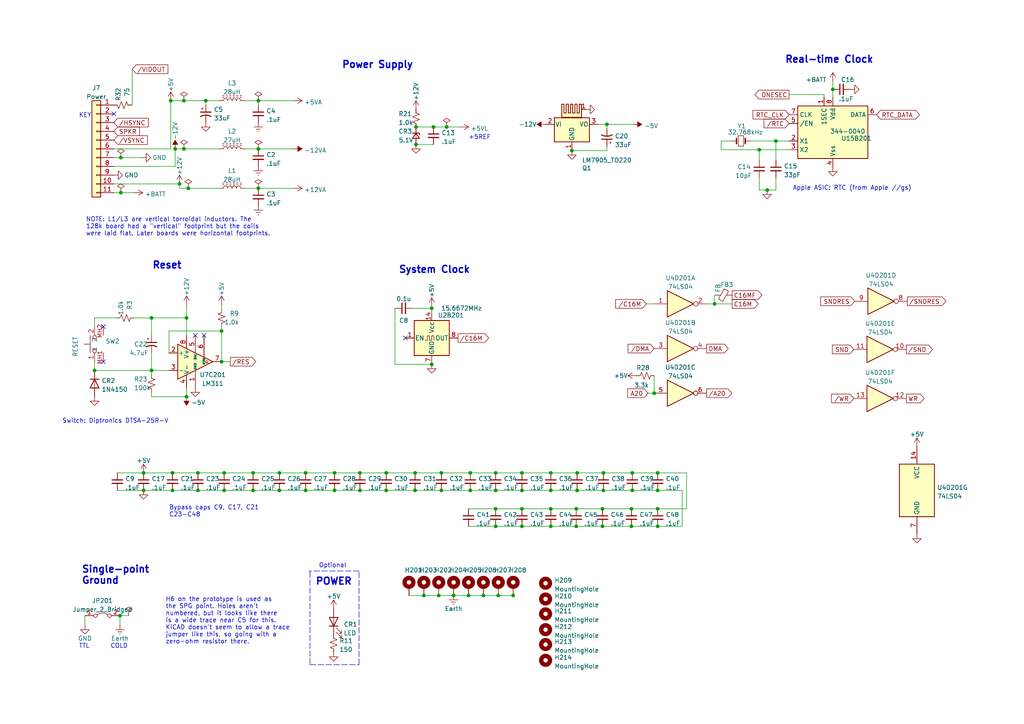
<source format=kicad_sch>
(kicad_sch (version 20211123) (generator eeschema)
  (paper "A4")
  (title_block (title "Schematic, Main Logic Board, 128k") (date "2023-01-28") (rev "Redraw 001") (company "Apple Computer") (comment 1 "050-0073-C") (comment 2 "Release"))
  (junction (at 128.016 137.16))
  (junction (at 174.752 147.574))
  (junction (at 136.398 142.24))
  (junction (at 65.024 137.16))
  (junction (at 241.554 25.908))
  (junction (at 54.102 92.202))
  (junction (at 53.34 29.21))
  (junction (at 174.752 152.654))
  (junction (at 74.93 54.61))
  (junction (at 183.388 142.24))
  (junction (at 53.34 43.18))
  (junction (at 43.942 107.442))
  (junction (at 112.014 137.16))
  (junction (at 120.65 36.83))
  (junction (at 50.038 137.16))
  (junction (at 34.798 178.562))
  (junction (at 175.006 142.24))
  (junction (at 167.132 147.574))
  (junction (at 65.024 142.24))
  (junction (at 183.134 152.654))
  (junction (at 50.038 142.24))
  (junction (at 159.766 152.654))
  (junction (at 127.254 172.72))
  (junction (at 120.65 41.91))
  (junction (at 136.398 137.16))
  (junction (at 122.936 172.72))
  (junction (at 143.764 152.654))
  (junction (at 74.93 43.18))
  (junction (at 143.764 142.24))
  (junction (at 73.406 137.16))
  (junction (at 148.844 172.72))
  (junction (at 112.014 142.24))
  (junction (at 159.766 142.24))
  (junction (at 143.764 147.574))
  (junction (at 183.134 147.574))
  (junction (at 159.766 147.574))
  (junction (at 81.026 137.16))
  (junction (at 120.396 142.24))
  (junction (at 73.406 142.24))
  (junction (at 97.028 137.16))
  (junction (at 54.102 115.062))
  (junction (at 175.006 137.16))
  (junction (at 183.388 137.16))
  (junction (at 64.262 104.902))
  (junction (at 151.384 142.24))
  (junction (at 159.766 137.16))
  (junction (at 50.8 43.18))
  (junction (at 57.404 142.24))
  (junction (at 54.61 54.61))
  (junction (at 97.028 142.24))
  (junction (at 135.89 172.72))
  (junction (at 88.646 142.24))
  (junction (at 189.738 114.046))
  (junction (at 190.754 147.574))
  (junction (at 144.526 172.72))
  (junction (at 220.218 43.434))
  (junction (at 59.69 29.21))
  (junction (at 57.404 137.16))
  (junction (at 176.022 36.068))
  (junction (at 128.016 142.24))
  (junction (at 125.222 105.664))
  (junction (at 88.646 137.16))
  (junction (at 74.93 29.21))
  (junction (at 190.754 152.654))
  (junction (at 129.54 36.83))
  (junction (at 81.026 142.24))
  (junction (at 207.264 88.138))
  (junction (at 52.07 53.34))
  (junction (at 167.132 152.654))
  (junction (at 167.386 142.24))
  (junction (at 131.572 172.72))
  (junction (at 151.384 147.574))
  (junction (at 27.432 107.442))
  (junction (at 190.754 137.16))
  (junction (at 125.222 89.408))
  (junction (at 35.052 55.88))
  (junction (at 43.942 92.202))
  (junction (at 104.394 137.16))
  (junction (at 104.394 142.24))
  (junction (at 165.862 43.688))
  (junction (at 190.754 142.24))
  (junction (at 151.384 152.654))
  (junction (at 125.73 36.83))
  (junction (at 41.656 142.24))
  (junction (at 151.384 137.16))
  (junction (at 35.052 45.72))
  (junction (at 49.53 29.21))
  (junction (at 120.396 137.16))
  (junction (at 140.208 172.72))
  (junction (at 41.656 137.16))
  (junction (at 222.504 55.118))
  (junction (at 167.386 137.16))
  (junction (at 225.044 40.894))
  (junction (at 64.262 96.012))
  (junction (at 143.764 137.16))
  (no_connect (at 29.972 104.902))
  (no_connect (at 33.02 33.02))
  (no_connect (at 117.602 98.044))
  (no_connect (at 59.182 97.282))
  (no_connect (at 29.972 94.742))
  (no_connect (at 56.642 97.282))
  (wire (pts (xy 54.61 54.61) (xy 52.07 54.61)))
  (wire (pts (xy 176.022 36.068) (xy 183.642 36.068)))
  (wire (pts (xy 53.34 29.21) (xy 59.69 29.21)))
  (wire (pts (xy 73.406 142.24) (xy 81.026 142.24)))
  (wire (pts (xy 43.942 113.792) (xy 43.942 115.062)))
  (wire (pts (xy 71.12 29.21) (xy 74.93 29.21)))
  (wire (pts (xy 54.102 115.062) (xy 54.102 112.522)))
  (wire (pts (xy 65.024 142.24) (xy 73.406 142.24)))
  (wire (pts (xy 125.73 36.83) (xy 129.54 36.83)))
  (wire (pts (xy 165.862 43.688) (xy 176.022 43.688)))
  (wire (pts (xy 199.136 147.574) (xy 190.754 147.574)))
  (wire (pts (xy 33.02 43.18) (xy 49.53 43.18)))
  (wire (pts (xy 131.572 172.72) (xy 135.89 172.72)))
  (wire (pts (xy 104.394 142.24) (xy 112.014 142.24)))
  (wire (pts (xy 159.766 147.574) (xy 167.132 147.574)))
  (wire (pts (xy 148.844 172.72) (xy 144.526 172.72)))
  (wire (pts (xy 148.844 172.466) (xy 148.844 172.72)))
  (wire (pts (xy 41.656 137.16) (xy 50.038 137.16)))
  (wire (pts (xy 38.354 30.48) (xy 38.1 30.48)))
  (wire (pts (xy 135.89 172.72) (xy 140.208 172.72)))
  (wire (pts (xy 136.398 137.16) (xy 143.764 137.16)))
  (wire (pts (xy 114.554 89.408) (xy 114.554 105.664)))
  (wire (pts (xy 43.942 102.362) (xy 43.942 107.442)))
  (wire (pts (xy 120.396 137.16) (xy 128.016 137.16)))
  (wire (pts (xy 97.028 137.16) (xy 104.394 137.16)))
  (wire (pts (xy 183.388 142.24) (xy 190.754 142.24)))
  (polyline (pts (xy 89.916 165.608) (xy 89.662 165.862)))
  (wire (pts (xy 54.102 92.202) (xy 54.102 97.282)))
  (wire (pts (xy 225.044 40.894) (xy 228.854 40.894)))
  (wire (pts (xy 34.036 142.24) (xy 41.656 142.24)))
  (wire (pts (xy 38.354 20.066) (xy 38.354 30.48)))
  (wire (pts (xy 114.554 105.664) (xy 125.222 105.664)))
  (wire (pts (xy 53.34 43.18) (xy 63.5 43.18)))
  (wire (pts (xy 220.218 43.434) (xy 220.218 46.482)))
  (wire (pts (xy 151.384 142.24) (xy 159.766 142.24)))
  (wire (pts (xy 34.798 178.562) (xy 34.798 181.356)))
  (wire (pts (xy 27.432 92.202) (xy 33.782 92.202)))
  (wire (pts (xy 35.052 55.88) (xy 38.862 55.88)))
  (wire (pts (xy 118.618 172.72) (xy 122.936 172.72)))
  (wire (pts (xy 174.752 147.574) (xy 183.134 147.574)))
  (wire (pts (xy 64.262 104.902) (xy 66.802 104.902)))
  (wire (pts (xy 187.96 114.046) (xy 189.738 114.046)))
  (wire (pts (xy 59.69 29.21) (xy 63.5 29.21)))
  (wire (pts (xy 73.406 137.16) (xy 81.026 137.16)))
  (wire (pts (xy 225.044 40.894) (xy 225.044 46.482)))
  (wire (pts (xy 50.038 137.16) (xy 57.404 137.16)))
  (wire (pts (xy 151.384 152.654) (xy 159.766 152.654)))
  (wire (pts (xy 220.218 55.118) (xy 220.218 51.562)))
  (wire (pts (xy 52.07 53.34) (xy 33.02 53.34)))
  (wire (pts (xy 24.638 178.562) (xy 24.638 181.356)))
  (wire (pts (xy 176.022 36.068) (xy 176.022 37.338)))
  (wire (pts (xy 38.862 92.202) (xy 43.942 92.202)))
  (wire (pts (xy 54.102 88.392) (xy 54.102 92.202)))
  (wire (pts (xy 125.222 89.408) (xy 125.222 90.424)))
  (wire (pts (xy 167.386 142.24) (xy 175.006 142.24)))
  (wire (pts (xy 74.93 29.21) (xy 74.93 30.48)))
  (wire (pts (xy 50.8 48.26) (xy 50.8 43.18)))
  (wire (pts (xy 33.02 55.88) (xy 35.052 55.88)))
  (polyline (pts (xy 89.916 165.862) (xy 89.916 192.786)))
  (wire (pts (xy 128.016 137.16) (xy 136.398 137.16)))
  (wire (pts (xy 33.02 45.72) (xy 35.052 45.72)))
  (wire (pts (xy 34.798 178.562) (xy 37.338 178.562)))
  (wire (pts (xy 35.052 45.72) (xy 41.148 45.72)))
  (wire (pts (xy 59.69 29.21) (xy 59.69 30.48)))
  (wire (pts (xy 209.169 40.894) (xy 209.169 43.434)))
  (wire (pts (xy 143.764 152.654) (xy 151.384 152.654)))
  (wire (pts (xy 197.866 152.654) (xy 190.754 152.654)))
  (wire (pts (xy 167.132 147.574) (xy 174.752 147.574)))
  (wire (pts (xy 239.014 27.432) (xy 228.854 27.432)))
  (wire (pts (xy 50.038 142.24) (xy 57.404 142.24)))
  (wire (pts (xy 43.942 107.442) (xy 49.022 107.442)))
  (wire (pts (xy 64.262 94.742) (xy 64.262 96.012)))
  (wire (pts (xy 143.764 142.24) (xy 151.384 142.24)))
  (wire (pts (xy 140.208 172.72) (xy 144.526 172.72)))
  (wire (pts (xy 135.89 147.574) (xy 143.764 147.574)))
  (wire (pts (xy 41.656 142.24) (xy 50.038 142.24)))
  (wire (pts (xy 222.504 55.118) (xy 220.218 55.118)))
  (wire (pts (xy 112.014 142.24) (xy 120.396 142.24)))
  (wire (pts (xy 175.006 137.16) (xy 183.388 137.16)))
  (wire (pts (xy 122.936 172.72) (xy 127.254 172.72)))
  (wire (pts (xy 88.646 137.16) (xy 97.028 137.16)))
  (wire (pts (xy 64.262 88.392) (xy 64.262 89.662)))
  (wire (pts (xy 104.394 137.16) (xy 112.014 137.16)))
  (wire (pts (xy 50.8 43.18) (xy 53.34 43.18)))
  (wire (pts (xy 183.388 137.16) (xy 190.754 137.16)))
  (wire (pts (xy 119.634 89.408) (xy 125.222 89.408)))
  (wire (pts (xy 241.554 25.908) (xy 241.554 28.194)))
  (wire (pts (xy 204.978 88.138) (xy 207.264 88.138)))
  (wire (pts (xy 81.026 142.24) (xy 88.646 142.24)))
  (wire (pts (xy 207.264 85.598) (xy 207.264 88.138)))
  (wire (pts (xy 207.264 88.138) (xy 212.344 88.138)))
  (wire (pts (xy 175.006 142.24) (xy 183.388 142.24)))
  (wire (pts (xy 189.738 108.966) (xy 189.738 114.046)))
  (wire (pts (xy 187.452 88.138) (xy 189.738 88.138)))
  (wire (pts (xy 97.028 142.24) (xy 104.394 142.24)))
  (polyline (pts (xy 89.916 192.786) (xy 104.14 192.786)))
  (wire (pts (xy 43.942 107.442) (xy 43.942 108.712)))
  (wire (pts (xy 81.026 137.16) (xy 88.646 137.16)))
  (wire (pts (xy 220.218 43.434) (xy 228.854 43.434)))
  (wire (pts (xy 167.386 137.16) (xy 175.006 137.16)))
  (wire (pts (xy 120.65 36.83) (xy 125.73 36.83)))
  (wire (pts (xy 197.866 142.24) (xy 197.866 152.654)))
  (wire (pts (xy 27.432 107.442) (xy 43.942 107.442)))
  (wire (pts (xy 190.754 142.24) (xy 197.866 142.24)))
  (wire (pts (xy 65.024 137.16) (xy 73.406 137.16)))
  (wire (pts (xy 143.764 147.574) (xy 151.384 147.574)))
  (wire (pts (xy 74.93 43.18) (xy 85.09 43.18)))
  (wire (pts (xy 159.766 142.24) (xy 167.386 142.24)))
  (wire (pts (xy 88.646 142.24) (xy 97.028 142.24)))
  (wire (pts (xy 176.022 42.418) (xy 176.022 43.688)))
  (wire (pts (xy 112.014 137.16) (xy 120.396 137.16)))
  (wire (pts (xy 43.942 115.062) (xy 54.102 115.062)))
  (wire (pts (xy 167.132 152.654) (xy 174.752 152.654)))
  (wire (pts (xy 120.65 41.91) (xy 125.73 41.91)))
  (wire (pts (xy 125.222 88.9) (xy 125.222 89.408)))
  (wire (pts (xy 136.398 142.24) (xy 143.764 142.24)))
  (wire (pts (xy 212.344 40.894) (xy 209.169 40.894)))
  (polyline (pts (xy 104.14 165.608) (xy 89.916 165.608)))
  (wire (pts (xy 64.262 96.012) (xy 64.262 104.902)))
  (wire (pts (xy 52.07 54.61) (xy 52.07 53.34)))
  (wire (pts (xy 120.396 142.24) (xy 128.016 142.24)))
  (wire (pts (xy 49.53 29.21) (xy 53.34 29.21)))
  (wire (pts (xy 57.404 137.16) (xy 65.024 137.16)))
  (wire (pts (xy 199.136 137.16) (xy 199.136 147.574)))
  (wire (pts (xy 43.942 92.202) (xy 54.102 92.202)))
  (wire (pts (xy 27.432 104.902) (xy 27.432 107.442)))
  (wire (pts (xy 127.254 172.72) (xy 131.572 172.72)))
  (wire (pts (xy 27.432 94.742) (xy 27.432 92.202)))
  (wire (pts (xy 159.766 137.16) (xy 167.386 137.16)))
  (wire (pts (xy 49.53 43.18) (xy 49.53 29.21)))
  (wire (pts (xy 57.404 142.24) (xy 65.024 142.24)))
  (wire (pts (xy 74.93 54.61) (xy 85.09 54.61)))
  (wire (pts (xy 74.93 29.21) (xy 85.09 29.21)))
  (wire (pts (xy 190.754 137.16) (xy 199.136 137.16)))
  (wire (pts (xy 183.134 147.574) (xy 190.754 147.574)))
  (wire (pts (xy 159.766 152.654) (xy 167.132 152.654)))
  (wire (pts (xy 143.764 137.16) (xy 151.384 137.16)))
  (wire (pts (xy 128.016 142.24) (xy 136.398 142.24)))
  (wire (pts (xy 183.134 152.654) (xy 190.754 152.654)))
  (wire (pts (xy 225.044 55.118) (xy 222.504 55.118)))
  (wire (pts (xy 241.554 23.622) (xy 241.554 25.908)))
  (wire (pts (xy 71.12 43.18) (xy 74.93 43.18)))
  (wire (pts (xy 33.02 48.26) (xy 50.8 48.26)))
  (wire (pts (xy 135.89 152.654) (xy 143.764 152.654)))
  (wire (pts (xy 217.424 40.894) (xy 225.044 40.894)))
  (wire (pts (xy 151.384 137.16) (xy 159.766 137.16)))
  (polyline (pts (xy 104.14 192.786) (xy 104.14 165.608)))
  (wire (pts (xy 34.036 137.16) (xy 41.656 137.16)))
  (wire (pts (xy 49.022 96.012) (xy 64.262 96.012)))
  (wire (pts (xy 43.942 92.202) (xy 43.942 97.282)))
  (wire (pts (xy 239.014 28.194) (xy 239.014 27.432)))
  (wire (pts (xy 173.482 36.068) (xy 176.022 36.068)))
  (wire (pts (xy 225.044 51.562) (xy 225.044 55.118)))
  (wire (pts (xy 174.752 152.654) (xy 183.134 152.654)))
  (wire (pts (xy 49.022 102.362) (xy 49.022 96.012)))
  (wire (pts (xy 71.12 54.61) (xy 74.93 54.61)))
  (wire (pts (xy 129.54 36.83) (xy 133.35 36.83)))
  (wire (pts (xy 151.384 147.574) (xy 159.766 147.574)))
  (wire (pts (xy 209.169 43.434) (xy 220.218 43.434)))
  (wire (pts (xy 63.5 54.61) (xy 54.61 54.61)))
  (text "Apple ASIC: RTC (from Apple //gs)" (at 264.414 55.372 180) (effects (font (size 1.27 1.27)) (justify right bottom)))
  (text "Bypass caps C9, C17, C21\nC23-C48" (at 49.022 150.114 0) (effects (font (size 1.27 1.27)) (justify left bottom)))
  (text "Power Supply" (at 99.06 20.066 0) (effects (font (size 2.0066 2.0066) (thickness 0.4013) bold) (justify left bottom)))
  (text "POWER" (at 91.44 169.926 0) (effects (font (size 2.0066 2.0066) (thickness 0.4013) bold) (justify left bottom)))
  (text "+5REF" (at 135.89 40.64 0) (effects (font (size 1.27 1.27)) (justify left bottom)))
  (text "Optional" (at 92.456 164.846 0) (effects (font (size 1.27 1.27)) (justify left bottom)))
  (text "COLD" (at 32.004 188.214 0) (effects (font (size 1.27 1.27)) (justify left bottom)))
  (text "Real-time Clock" (at 227.584 18.542 0) (effects (font (size 2.0066 2.0066) (thickness 0.4013) bold) (justify left bottom)))
  (text "NOTE: L1/L3 are vertical torroidal inductors. The\n128k board had a \"vertical\" footprint but the coils\nwere laid flat. Later boards were horizontal footprints." (at 24.892 68.58 0) (effects (font (size 1.27 1.27)) (justify left bottom)))
  (text "Single-point\nGround" (at 23.622 169.672 0) (effects (font (size 2.0066 2.0066) (thickness 0.4013) bold) (justify left bottom)))
  (text "KEY" (at 22.86 34.29 0) (effects (font (size 1.27 1.27)) (justify left bottom)))
  (text "H6 on the prototype is used as\nthe SPG point. Holes aren't\nnumbered, but it looks like there\nis a wide trace near C5 for this.\nKiCAD doesn't seem to allow a trace\njumper like this, so going with a\nzero-ohm resistor there." (at 48.006 186.944 0) (effects (font (size 1.27 1.27)) (justify left bottom)))
  (text "TTL" (at 22.86 188.214 0) (effects (font (size 1.27 1.27)) (justify left bottom)))
  (text "Reset" (at 52.832 78.232 180) (effects (font (size 2.0066 2.0066) (thickness 0.4013) bold) (justify right bottom)))
  (text "Switch: Diptronics DTSA-25R-V" (at 18.034 122.936 0) (effects (font (size 1.27 1.27)) (justify left bottom)))
  (text "System Clock" (at 115.57 79.502 0) (effects (font (size 2.0066 2.0066) (thickness 0.4013) bold) (justify left bottom)))
  (global_label "WR" (shape output) (at 262.89 115.57 0) (property "Intersheet References" "${INTERSHEET_REFS}" (effects hide)))
  (global_label "{slash}SND" (shape output) (at 262.89 101.346 0) (property "Intersheet References" "${INTERSHEET_REFS}" (effects hide)))
  (global_label "{slash}HSYNC" (shape input) (at 33.02 35.56 0) (property "Intersheet References" "${INTERSHEET_REFS}" (effects hide)))
  (global_label "{slash}VSYNC" (shape input) (at 33.02 40.64 0) (property "Intersheet References" "${INTERSHEET_REFS}" (effects hide)))
  (global_label "SPKR" (shape input) (at 33.02 38.1 0) (property "Intersheet References" "${INTERSHEET_REFS}" (effects hide)))
  (global_label "DMA" (shape output) (at 204.978 101.092 0) (property "Intersheet References" "${INTERSHEET_REFS}" (effects hide)))
  (global_label "{slash}A20" (shape output) (at 204.978 114.046 0) (property "Intersheet References" "${INTERSHEET_REFS}" (effects hide)))
  (global_label "{slash}RES" (shape output) (at 66.802 104.902 0) (property "Intersheet References" "${INTERSHEET_REFS}" (effects hide)))
  (global_label "{slash}DMA" (shape input) (at 189.738 101.092 180) (property "Intersheet References" "${INTERSHEET_REFS}" (effects hide)))
  (global_label "{slash}RTC" (shape input) (at 228.854 35.814 180) (property "Intersheet References" "${INTERSHEET_REFS}" (effects hide)))
  (global_label "SNDRES" (shape input) (at 247.904 87.376 180) (property "Intersheet References" "${INTERSHEET_REFS}" (effects hide)))
  (global_label "SND" (shape input) (at 247.65 101.346 180) (property "Intersheet References" "${INTERSHEET_REFS}" (effects hide)))
  (global_label "C16M" (shape output) (at 212.344 88.138 0) (property "Intersheet References" "${INTERSHEET_REFS}" (effects hide)))
  (global_label "A20" (shape input) (at 187.96 114.046 180) (property "Intersheet References" "${INTERSHEET_REFS}" (effects hide)))
  (global_label "C16MF" (shape output) (at 212.344 85.598 0) (property "Intersheet References" "${INTERSHEET_REFS}" (effects hide)))
  (global_label "{slash}VIDOUT" (shape input) (at 38.354 20.066 0) (property "Intersheet References" "${INTERSHEET_REFS}" (effects hide)))
  (global_label "RTC_DATA" (shape bidirectional) (at 254.254 33.274 0) (property "Intersheet References" "${INTERSHEET_REFS}" (effects hide)))
  (global_label "{slash}C16M" (shape output) (at 132.842 98.044 0) (property "Intersheet References" "${INTERSHEET_REFS}" (effects hide)))
  (global_label "{slash}SNDRES" (shape output) (at 263.144 87.376 0) (property "Intersheet References" "${INTERSHEET_REFS}" (effects hide)))
  (global_label "{slash}C16M" (shape input) (at 187.452 88.138 180) (property "Intersheet References" "${INTERSHEET_REFS}" (effects hide)))
  (global_label "{slash}WR" (shape input) (at 247.65 115.57 180) (property "Intersheet References" "${INTERSHEET_REFS}" (effects hide)))
  (global_label "RTC_CLK" (shape input) (at 228.854 33.274 180) (property "Intersheet References" "${INTERSHEET_REFS}" (effects hide)))
  (global_label "ONESEC" (shape output) (at 228.854 27.432 180) (property "Intersheet References" "${INTERSHEET_REFS}" (effects hide)))
  (symbol (lib_id "Device:C_Small") (at 41.656 139.7 0) (unit 1)
    (property "Reference" "C17" (at 43.9801 138.8716 0) (effects (justify left)))
    (property "Value" ".1uF" (at 43.9801 141.4085 0) (effects (justify left)))
    (property "Footprint" "Capacitor_THT:C_Axial_L3.8mm_D2.6mm_P7.50mm_Horizontal" (effects hide))
  )
  (symbol (lib_id "Device:C_Small") (at 73.406 139.7 0) (unit 1)
    (property "Reference" "C25" (at 75.7301 138.8716 0) (effects (justify left)))
    (property "Value" ".1uF" (at 75.7301 141.4085 0) (effects (justify left)))
    (property "Footprint" "Capacitor_THT:C_Axial_L3.8mm_D2.6mm_P7.50mm_Horizontal" (effects hide))
  )
  (symbol (lib_id "Mechanical:MountingHole_Pad") (at 148.844 170.18 0) (unit 1)
    (property "Reference" "H208" (at 147.574 165.354 0) (effects (justify left)))
    (property "Value" "MountingHole_Pad" (effects hide))
    (property "Footprint" "MountingHole:MountingHole_2.7mm_M2.5_Pad" (effects hide))
  )
  (symbol (lib_id "power:-12VA") (at 85.09 43.18 270) (unit 1)
    (property "Reference" "#PWR0223" (effects hide))
    (property "Value" "-12VA" (at 88.265 43.6138 90) (effects (justify left)))
  )
  (symbol (lib_id "power:-12V") (at 158.242 36.068 90) (unit 1)
    (property "Reference" "#PWR0230" (effects hide))
    (property "Value" "-12V" (at 155.702 36.068 90) (effects (justify left)))
  )
  (symbol (lib_id "Device:C_Small") (at 143.764 150.114 0) (unit 1)
    (property "Reference" "C42" (at 146.0881 149.2856 0) (effects (justify left)))
    (property "Value" ".1uF" (at 146.0881 151.8225 0) (effects (justify left)))
    (property "Footprint" "Capacitor_THT:C_Axial_L3.8mm_D2.6mm_P7.50mm_Horizontal" (effects hide))
  )
  (symbol (lib_id "power:+5V") (at 96.774 176.53 0) (unit 1)
    (property "Reference" "#PWR0220" (effects hide))
    (property "Value" "+5V" (at 96.774 172.9542 0))
  )
  (symbol (lib_id "Device:R_Small_US") (at 64.262 92.202 0) (mirror y) (unit 1)
    (property "Reference" "R9" (at 69.342 90.932 0) (effects (justify left)))
    (property "Value" "1.0k" (at 69.342 93.472 0) (effects (justify left)))
    (property "Footprint" "Resistor_THT:R_Axial_DIN0207_L6.3mm_D2.5mm_P7.62mm_Horizontal" (effects hide))
  )
  (symbol (lib_id "Device:C_Small") (at 117.094 89.408 90) (unit 1)
    (property "Reference" "C8" (at 117.094 92.964 90))
    (property "Value" "0.1u" (at 117.1003 86.683 90))
    (property "Footprint" "Capacitor_THT:C_Axial_L3.8mm_D2.6mm_P7.50mm_Horizontal" (effects hide))
  )
  (symbol (lib_id "Device:C_Small") (at 65.024 139.7 0) (unit 1)
    (property "Reference" "C24" (at 67.3481 138.8716 0) (effects (justify left)))
    (property "Value" ".1uF" (at 67.3481 141.4085 0) (effects (justify left)))
    (property "Footprint" "Capacitor_THT:C_Axial_L3.8mm_D2.6mm_P7.50mm_Horizontal" (effects hide))
  )
  (symbol (lib_id "power:GND") (at 265.938 154.94 0) (unit 1)
    (property "Reference" "#PWR0239" (effects hide))
    (property "Value" "GND" (effects hide))
  )
  (symbol (lib_id "power:PWR_FLAG") (at 129.54 36.83 0) (unit 1)
    (property "Reference" "#FLG0204" (effects hide))
    (property "Value" "PWR_FLAG" (effects hide))
  )
  (symbol (lib_id "Device:C_Small") (at 104.394 139.7 0) (unit 1)
    (property "Reference" "C29" (at 106.7181 138.8716 0) (effects (justify left)))
    (property "Value" ".1uF" (at 106.7181 141.4085 0) (effects (justify left)))
    (property "Footprint" "Capacitor_THT:C_Axial_L3.8mm_D2.6mm_P7.50mm_Horizontal" (effects hide))
  )
  (symbol (lib_id "Mechanical:MountingHole_Pad") (at 131.572 170.18 0) (unit 1)
    (property "Reference" "H204" (at 130.302 165.354 0) (effects (justify left)))
    (property "Value" "MountingHole_Pad" (effects hide))
    (property "Footprint" "MountingHole:MountingHole_2.7mm_M2.5_Pad" (effects hide))
  )
  (symbol (lib_id "Device:C_Polarized_Small_US") (at 43.942 99.822 0) (unit 1)
    (property "Reference" "C22" (at 38.862 99.822 0) (effects (justify left)))
    (property "Value" "4.7uF" (at 37.592 102.362 0) (effects (justify left)))
    (property "Footprint" "Capacitor_THT:CP_Axial_L11.0mm_D5.0mm_P18.00mm_Horizontal" (effects hide))
  )
  (symbol (lib_id "Device:C_Small") (at 125.73 39.37 0) (unit 1)
    (property "Reference" "C13" (at 128.0541 38.5416 0) (effects (justify left)))
    (property "Value" ".1uF" (at 128.0541 41.0785 0) (effects (justify left)))
    (property "Footprint" "Capacitor_THT:C_Axial_L3.8mm_D2.6mm_P7.50mm_Horizontal" (effects hide))
  )
  (symbol (lib_id "power:-5V") (at 183.642 36.068 270) (unit 1)
    (property "Reference" "#PWR0232" (effects hide))
    (property "Value" "-5V" (at 186.817 36.5018 90) (effects (justify left)))
  )
  (symbol (lib_id "Device:C_Small") (at 174.752 150.114 0) (unit 1)
    (property "Reference" "C46" (at 177.0761 149.2856 0) (effects (justify left)))
    (property "Value" ".1uF" (at 177.0761 151.8225 0) (effects (justify left)))
    (property "Footprint" "Capacitor_THT:C_Axial_L3.8mm_D2.6mm_P7.50mm_Horizontal" (effects hide))
  )
  (symbol (lib_id "power:GND") (at 222.504 55.118 0) (unit 1)
    (property "Reference" "#PWR0234" (effects hide))
    (property "Value" "GND" (effects hide))
  )
  (symbol (lib_id "power:Earth") (at 34.798 181.356 0) (unit 1)
    (property "Reference" "#PWR0208" (effects hide))
    (property "Value" "Earth" (at 34.798 185.166 0))
  )
  (symbol (lib_id "power:PWR_FLAG") (at 53.34 43.18 0) (unit 1)
    (property "Reference" "#FLG0202" (effects hide))
    (property "Value" "PWR_FLAG" (effects hide))
  )
  (symbol (lib_id "Mechanical:MountingHole") (at 158.242 182.626 0) (unit 1)
    (property "Reference" "H212" (at 160.782 181.7913 0) (effects (justify left)))
    (property "Value" "MountingHole" (at 160.782 184.3282 0) (effects (justify left)))
    (property "Footprint" "MountingHole:MountingHole_2.7mm_M2.5" (effects hide))
  )
  (symbol (lib_id "Mechanical:MountingHole") (at 158.242 169.164 0) (unit 1)
    (property "Reference" "H209" (at 160.782 168.3293 0) (effects (justify left)))
    (property "Value" "MountingHole" (at 160.782 170.8662 0) (effects (justify left)))
    (property "Footprint" "MountingHole:MountingHole_2.7mm_M2.5" (effects hide))
  )
  (symbol (lib_id "Device:C_Small") (at 183.134 150.114 0) (unit 1)
    (property "Reference" "C47" (at 185.4581 149.2856 0) (effects (justify left)))
    (property "Value" ".1uF" (at 185.4581 151.8225 0) (effects (justify left)))
    (property "Footprint" "Capacitor_THT:C_Axial_L3.8mm_D2.6mm_P7.50mm_Horizontal" (effects hide))
  )
  (symbol (lib_id "Device:C_Small") (at 81.026 139.7 0) (unit 1)
    (property "Reference" "C26" (at 83.3501 138.8716 0) (effects (justify left)))
    (property "Value" ".1uF" (at 83.3501 141.4085 0) (effects (justify left)))
    (property "Footprint" "Capacitor_THT:C_Axial_L3.8mm_D2.6mm_P7.50mm_Horizontal" (effects hide))
  )
  (symbol (lib_id "power:GND") (at 120.65 41.91 0) (unit 1)
    (property "Reference" "#PWR0226" (effects hide))
    (property "Value" "GND" (effects hide))
  )
  (symbol (lib_id "Device:C_Small") (at 159.766 139.7 0) (unit 1)
    (property "Reference" "C36" (at 162.0901 138.8716 0) (effects (justify left)))
    (property "Value" ".1uF" (at 162.0901 141.4085 0) (effects (justify left)))
    (property "Footprint" "Capacitor_THT:C_Axial_L3.8mm_D2.6mm_P7.50mm_Horizontal" (effects hide))
  )
  (symbol (lib_id "power:GND") (at 33.02 50.8 90) (unit 1)
    (property "Reference" "#PWR0203" (effects hide))
    (property "Value" "GND" (at 38.1 50.8 90))
  )
  (symbol (lib_id "74xx:74LS04") (at 265.938 142.24 0) (unit 7)
    (property "Reference" "U4D201" (at 271.78 141.4053 0) (effects (justify left)))
    (property "Value" "74LS04" (at 271.78 143.9422 0) (effects (justify left)))
    (property "Footprint" "Package_DIP:DIP-14_W7.62mm_Socket_LongPads" (effects hide))
    (property "Datasheet" "http://www.ti.com/lit/gpn/sn74LS04" (effects hide))
  )
  (symbol (lib_id "power:+5V") (at 64.262 88.392 0) (unit 1)
    (property "Reference" "#PWR0216" (effects hide))
    (property "Value" "+5V" (at 64.262 85.852 90) (effects (justify left)))
  )
  (symbol (lib_id "power:+BATT") (at 38.862 55.88 270) (unit 1)
    (property "Reference" "#PWR0204" (effects hide))
    (property "Value" "+BATT" (at 42.037 56.3138 90) (effects (justify left)))
  )
  (symbol (lib_id "power:PWR_FLAG") (at 37.338 178.562 0) (unit 1)
    (property "Reference" "#FLG0106" (effects hide))
    (property "Value" "PWR_FLAG" (effects hide))
  )
  (symbol (lib_id "power:PWR_FLAG") (at 54.61 54.61 0) (unit 1)
    (property "Reference" "#FLG0203" (effects hide))
    (property "Value" "PWR_FLAG" (effects hide))
  )
  (symbol (lib_id "Device:C_Small") (at 175.006 139.7 0) (unit 1)
    (property "Reference" "C38" (at 177.3301 138.8716 0) (effects (justify left)))
    (property "Value" ".1uF" (at 177.3301 141.4085 0) (effects (justify left)))
    (property "Footprint" "Capacitor_THT:C_Axial_L3.8mm_D2.6mm_P7.50mm_Horizontal" (effects hide))
  )
  (symbol (lib_id "power:-5V") (at 54.102 115.062 180) (unit 1)
    (property "Reference" "#PWR0213" (effects hide))
    (property "Value" "-5V" (at 55.499 116.7658 0) (effects (justify right)))
  )
  (symbol (lib_id "power:+12V") (at 54.102 88.392 0) (unit 1)
    (property "Reference" "#PWR0212" (effects hide))
    (property "Value" "+12V" (at 54.102 85.852 90) (effects (justify left)))
  )
  (symbol (lib_id "Device:L_Ferrite") (at 67.31 29.21 90) (unit 1)
    (property "Reference" "L3" (at 67.31 24.1132 90))
    (property "Value" "28uH" (at 67.31 26.6501 90))
    (property "Footprint" "Inductor_THT:L_Toroid_Vertical_L14.0mm_W5.6mm_P5.30mm_Bourns_5700" (effects hide))
    (property "Datasheet" "80-SHBC12-1R0A0028V" (effects hide))
  )
  (symbol (lib_id "Device:C_Small") (at 244.094 25.908 90) (unit 1)
    (property "Reference" "C16" (at 245.872 23.114 90))
    (property "Value" ".1uF" (at 245.364 28.702 90))
    (property "Footprint" "Capacitor_THT:C_Axial_L3.8mm_D2.6mm_P7.50mm_Horizontal" (effects hide))
  )
  (symbol (lib_id "power:GND") (at 59.69 35.56 0) (unit 1)
    (property "Reference" "#PWR0215" (effects hide))
    (property "Value" "GND" (effects hide))
  )
  (symbol (lib_id "power:Earth") (at 131.572 172.72 0) (unit 1)
    (property "Reference" "#PWR0236" (effects hide))
    (property "Value" "Earth" (at 131.572 176.53 0))
  )
  (symbol (lib_id "Mechanical:MountingHole") (at 158.242 186.944 0) (unit 1)
    (property "Reference" "H213" (at 160.782 186.1093 0) (effects (justify left)))
    (property "Value" "MountingHole" (at 160.782 188.6462 0) (effects (justify left)))
    (property "Footprint" "MountingHole:MountingHole_2.7mm_M2.5" (effects hide))
  )
  (symbol (lib_id "power:GND") (at 165.862 43.688 0) (unit 1)
    (property "Reference" "#PWR0231" (effects hide))
    (property "Value" "GND" (effects hide))
  )
  (symbol (lib_id "Mechanical:MountingHole") (at 158.242 191.516 0) (unit 1)
    (property "Reference" "H214" (at 160.782 190.6813 0) (effects (justify left)))
    (property "Value" "MountingHole" (at 160.782 193.2182 0) (effects (justify left)))
    (property "Footprint" "MountingHole:MountingHole_2.7mm_M2.5" (effects hide))
  )
  (symbol (lib_id "Device:C_Small") (at 120.396 139.7 0) (unit 1)
    (property "Reference" "C31" (at 122.7201 138.8716 0) (effects (justify left)))
    (property "Value" ".1uF" (at 122.7201 141.4085 0) (effects (justify left)))
    (property "Footprint" "Capacitor_THT:C_Axial_L3.8mm_D2.6mm_P7.50mm_Horizontal" (effects hide))
  )
  (symbol (lib_id "Oscillator:CXO_DIP14") (at 125.222 98.044 0) (unit 1)
    (property "Reference" "U2B201" (at 130.81 91.44 0))
    (property "Value" "15.6672MHz" (at 133.858 89.408 0))
    (property "Footprint" "Oscillator:Oscillator_DIP-14" (effects hide))
    (property "Datasheet" "http://cdn-reichelt.de/documents/datenblatt/B400/OSZI.pdf" (effects hide))
  )
  (symbol (lib_id "RAC_Custom2:344-0040") (at 241.554 38.354 0) (unit 1)
    (property "Reference" "U15B201" (at 248.412 40.132 0))
    (property "Value" "344-0040" (at 245.872 38.1 0))
    (property "Footprint" "Package_DIP:DIP-8_W7.62mm_Socket_LongPads" (effects hide))
  )
  (symbol (lib_id "Device:L_Ferrite") (at 67.31 54.61 90) (unit 1)
    (property "Reference" "L1" (at 67.31 49.5132 90))
    (property "Value" "28uH" (at 67.31 52.07 90))
    (property "Footprint" "Inductor_THT:L_Toroid_Vertical_L14.0mm_W5.6mm_P5.30mm_Bourns_5700" (effects hide))
    (property "Datasheet" "80-SHBC12-1R0A0028V" (effects hide))
  )
  (symbol (lib_id "power:Earth") (at 74.93 35.56 0) (unit 1)
    (property "Reference" "#PWR0217" (effects hide))
    (property "Value" "Earth" (effects hide))
  )
  (symbol (lib_id "Device:C_Small") (at 135.89 150.114 0) (unit 1)
    (property "Reference" "C41" (at 138.2141 149.2856 0) (effects (justify left)))
    (property "Value" ".1uF" (at 138.2141 151.8225 0) (effects (justify left)))
    (property "Footprint" "Capacitor_THT:C_Axial_L3.8mm_D2.6mm_P7.50mm_Horizontal" (effects hide))
  )
  (symbol (lib_id "Mechanical:MountingHole_Pad") (at 118.618 170.18 0) (unit 1)
    (property "Reference" "H201" (at 117.348 165.354 0) (effects (justify left)))
    (property "Value" "MountingHole_Pad" (effects hide))
    (property "Footprint" "MountingHole:MountingHole_2.7mm_M2.5_Pad" (effects hide))
  )
  (symbol (lib_id "74xx:74LS04") (at 197.358 114.046 0) (unit 3)
    (property "Reference" "U4D201" (at 197.358 106.5362 0))
    (property "Value" "74LS04" (at 197.358 109.0731 0))
    (property "Footprint" "Package_DIP:DIP-14_W7.62mm_Socket_LongPads" (effects hide))
    (property "Datasheet" "http://www.ti.com/lit/gpn/sn74LS04" (effects hide))
  )
  (symbol (lib_id "power:+5V") (at 49.53 29.21 0) (unit 1)
    (property "Reference" "#PWR0209" (effects hide))
    (property "Value" "+5V" (at 49.53 26.67 90) (effects (justify left)))
  )
  (symbol (lib_id "Diode:1N4148") (at 27.432 111.252 270) (unit 1)
    (property "Reference" "CR2" (at 29.464 110.4173 90) (effects (justify left)))
    (property "Value" "1N4150" (at 29.464 112.9542 90) (effects (justify left)))
    (property "Footprint" "Diode_THT:D_DO-35_SOD27_P7.62mm_Horizontal" (effects hide))
    (property "Datasheet" "https://assets.nexperia.com/documents/data-sheet/1N4148_1N4448.pdf" (effects hide))
  )
  (symbol (lib_id "Device:C_Small") (at 225.044 49.022 0) (unit 1)
    (property "Reference" "C15" (at 227.3681 48.1936 0) (effects (justify left)))
    (property "Value" "33pF" (at 227.3681 50.7305 0) (effects (justify left)))
    (property "Footprint" "Capacitor_THT:C_Axial_L3.8mm_D2.6mm_P7.50mm_Horizontal" (effects hide))
  )
  (symbol (lib_id "power:PWR_FLAG") (at 35.052 55.88 0) (unit 1)
    (property "Reference" "#FLG0104" (effects hide))
    (property "Value" "PWR_FLAG" (effects hide))
  )
  (symbol (lib_id "power:+5VL") (at 133.35 36.83 270) (unit 1)
    (property "Reference" "#PWR0229" (effects hide))
    (property "Value" "+5VL" (at 136.525 37.2638 90) (effects (justify left)))
  )
  (symbol (lib_id "74xx:74LS04") (at 255.524 87.376 0) (unit 4)
    (property "Reference" "U4D201" (at 255.524 79.8662 0))
    (property "Value" "74LS04" (at 255.524 82.4031 0))
    (property "Footprint" "Package_DIP:DIP-14_W7.62mm_Socket_LongPads" (effects hide))
    (property "Datasheet" "http://www.ti.com/lit/gpn/sn74LS04" (effects hide))
  )
  (symbol (lib_id "Connector_Generic:Conn_01x11") (at 27.94 43.18 0) (mirror y) (unit 1)
    (property "Reference" "J7" (at 27.94 25.5102 0))
    (property "Value" "Power" (at 27.94 28.0471 0))
    (property "Footprint" "Connector_Molex:Molex_KK-396_A-41791-0011_1x11_P3.96mm_Vertical" (effects hide))
  )
  (symbol (lib_id "power:+12V") (at 120.65 31.75 0) (unit 1)
    (property "Reference" "#PWR0225" (effects hide))
    (property "Value" "+12V" (at 120.65 29.21 90) (effects (justify left)))
  )
  (symbol (lib_id "Comparator:LM311") (at 56.642 104.902 0) (unit 1)
    (property "Reference" "U7C201" (at 61.722 108.712 0))
    (property "Value" "LM311" (at 61.722 111.252 0))
    (property "Footprint" "Package_DIP:DIP-8_W7.62mm_Socket_LongPads" (effects hide))
    (property "Datasheet" "https://www.st.com/resource/en/datasheet/lm311.pdf" (effects hide))
  )
  (symbol (lib_id "power:GND") (at 169.926 31.75 90) (unit 1)
    (property "Reference" "#PWR0103" (effects hide))
    (property "Value" "GND" (effects hide))
  )
  (symbol (lib_id "Device:C_Small") (at 57.404 139.7 0) (unit 1)
    (property "Reference" "C23" (at 59.7281 138.8716 0) (effects (justify left)))
    (property "Value" ".1uF" (at 59.7281 141.4085 0) (effects (justify left)))
    (property "Footprint" "Capacitor_THT:C_Axial_L3.8mm_D2.6mm_P7.50mm_Horizontal" (effects hide))
  )
  (symbol (lib_id "power:GND") (at 96.774 189.23 0) (unit 1)
    (property "Reference" "#PWR0221" (effects hide))
    (property "Value" "GND" (effects hide))
  )
  (symbol (lib_id "power:+5V") (at 184.658 108.966 90) (unit 1)
    (property "Reference" "#PWR0233" (effects hide))
    (property "Value" "+5V" (at 182.118 108.966 90) (effects (justify left)))
  )
  (symbol (lib_id "Mechanical:MountingHole") (at 158.242 173.736 0) (unit 1)
    (property "Reference" "H210" (at 160.782 172.9013 0) (effects (justify left)))
    (property "Value" "MountingHole" (at 160.782 175.4382 0) (effects (justify left)))
    (property "Footprint" "MountingHole:MountingHole_2.7mm_M2.5" (effects hide))
  )
  (symbol (lib_id "Mechanical:MountingHole_Pad") (at 140.208 170.18 0) (unit 1)
    (property "Reference" "H206" (at 138.938 165.354 0) (effects (justify left)))
    (property "Value" "MountingHole_Pad" (effects hide))
    (property "Footprint" "MountingHole:MountingHole_2.7mm_M2.5_Pad" (effects hide))
  )
  (symbol (lib_id "power:GND") (at 41.656 142.24 0) (unit 1)
    (property "Reference" "#PWR0207" (effects hide))
    (property "Value" "GND" (effects hide))
  )
  (symbol (lib_id "Mechanical:MountingHole_Pad") (at 144.526 170.18 0) (unit 1)
    (property "Reference" "H207" (at 143.256 165.354 0) (effects (justify left)))
    (property "Value" "MountingHole_Pad" (effects hide))
    (property "Footprint" "MountingHole:MountingHole_2.7mm_M2.5_Pad" (effects hide))
  )
  (symbol (lib_id "power:PWR_FLAG") (at 35.052 45.72 0) (unit 1)
    (property "Reference" "#FLG0105" (effects hide))
    (property "Value" "PWR_FLAG" (effects hide))
  )
  (symbol (lib_id "Device:R_Small_US") (at 187.198 108.966 90) (unit 1)
    (property "Reference" "R28" (at 188.468 106.68 90) (effects (justify left)))
    (property "Value" "3.3k" (at 188.214 111.76 90) (effects (justify left)))
    (property "Footprint" "Resistor_THT:R_Axial_DIN0207_L6.3mm_D2.5mm_P7.62mm_Horizontal" (effects hide))
  )
  (symbol (lib_id "power:+5V") (at 265.938 129.54 0) (unit 1)
    (property "Reference" "#PWR0238" (effects hide))
    (property "Value" "+5V" (at 265.938 125.9642 0))
  )
  (symbol (lib_id "power:PWR_FLAG") (at 74.93 54.61 0) (unit 1)
    (property "Reference" "#FLG0101" (effects hide))
    (property "Value" "PWR_FLAG" (effects hide))
  )
  (symbol (lib_id "power:+BATT") (at 241.554 23.622 0) (unit 1)
    (property "Reference" "#PWR0235" (effects hide))
    (property "Value" "+BATT" (at 233.68 23.114 0) (effects (justify left)))
  )
  (symbol (lib_id "Device:C_Small") (at 167.132 150.114 0) (unit 1)
    (property "Reference" "C45" (at 169.4561 149.2856 0) (effects (justify left)))
    (property "Value" ".1uF" (at 169.4561 151.8225 0) (effects (justify left)))
    (property "Footprint" "Capacitor_THT:C_Axial_L3.8mm_D2.6mm_P7.50mm_Horizontal" (effects hide))
  )
  (symbol (lib_id "Device:R_Small_US") (at 96.774 186.69 0) (unit 1)
    (property "Reference" "R11" (at 98.425 185.8553 0) (effects (justify left)))
    (property "Value" "150" (at 98.425 188.3922 0) (effects (justify left)))
    (property "Footprint" "Resistor_THT:R_Axial_DIN0207_L6.3mm_D2.5mm_P7.62mm_Horizontal" (effects hide))
  )
  (symbol (lib_id "power:+5VA") (at 85.09 29.21 270) (unit 1)
    (property "Reference" "#PWR0222" (effects hide))
    (property "Value" "+5VA" (at 88.265 29.6438 90) (effects (justify left)))
  )
  (symbol (lib_id "Device:D_Zener_Small") (at 120.65 39.37 270) (unit 1)
    (property "Reference" "CR3" (at 115.57 38.1 90) (effects (justify left)))
    (property "Value" "5.1V" (at 115.57 40.64 90) (effects (justify left)))
    (property "Footprint" "Diode_THT:D_DO-35_SOD27_P7.62mm_Horizontal" (effects hide))
  )
  (symbol (lib_id "Mechanical:MountingHole") (at 158.242 178.054 0) (unit 1)
    (property "Reference" "H211" (at 160.782 177.2193 0) (effects (justify left)))
    (property "Value" "MountingHole" (at 160.782 179.7562 0) (effects (justify left)))
    (property "Footprint" "MountingHole:MountingHole_2.7mm_M2.5" (effects hide))
  )
  (symbol (lib_id "Device:C_Small") (at 151.384 139.7 0) (unit 1)
    (property "Reference" "C35" (at 153.7081 138.8716 0) (effects (justify left)))
    (property "Value" ".1uF" (at 153.7081 141.4085 0) (effects (justify left)))
    (property "Footprint" "Capacitor_THT:C_Axial_L3.8mm_D2.6mm_P7.50mm_Horizontal" (effects hide))
  )
  (symbol (lib_id "power:GND") (at 56.642 112.522 0) (unit 1)
    (property "Reference" "#PWR0214" (effects hide))
    (property "Value" "GND" (effects hide))
  )
  (symbol (lib_id "Device:R_Small_US") (at 120.65 34.29 0) (unit 1)
    (property "Reference" "R21" (at 115.57 33.02 0) (effects (justify left)))
    (property "Value" "1.0k" (at 115.57 35.56 0) (effects (justify left)))
    (property "Footprint" "Resistor_THT:R_Axial_DIN0207_L6.3mm_D2.5mm_P7.62mm_Horizontal" (effects hide))
  )
  (symbol (lib_id "power:GND") (at 241.554 48.514 0) (unit 1)
    (property "Reference" "#PWR0101" (effects hide))
    (property "Value" "GND" (effects hide))
  )
  (symbol (lib_id "power:PWR_FLAG") (at 74.93 29.21 0) (unit 1)
    (property "Reference" "#FLG0103" (effects hide))
    (property "Value" "PWR_FLAG" (effects hide))
  )
  (symbol (lib_id "power:PWR_FLAG") (at 53.34 29.21 0) (unit 1)
    (property "Reference" "#FLG0201" (effects hide))
    (property "Value" "PWR_FLAG" (effects hide))
  )
  (symbol (lib_id "power:Earth") (at 74.93 48.26 0) (unit 1)
    (property "Reference" "#PWR0218" (effects hide))
    (property "Value" "Earth" (effects hide))
  )
  (symbol (lib_id "Device:C_Small") (at 190.754 150.114 0) (unit 1)
    (property "Reference" "C48" (at 193.0781 149.2856 0) (effects (justify left)))
    (property "Value" ".1uF" (at 193.0781 151.8225 0) (effects (justify left)))
    (property "Footprint" "Capacitor_THT:C_Axial_L3.8mm_D2.6mm_P7.50mm_Horizontal" (effects hide))
  )
  (symbol (lib_id "74xx:74LS04") (at 197.358 88.138 0) (unit 1)
    (property "Reference" "U4D201" (at 197.358 80.6282 0))
    (property "Value" "74LS04" (at 197.358 83.1651 0))
    (property "Footprint" "Package_DIP:DIP-14_W7.62mm_Socket_LongPads" (effects hide))
    (property "Datasheet" "http://www.ti.com/lit/gpn/sn74LS04" (effects hide))
  )
  (symbol (lib_id "power:GND") (at 125.222 105.664 0) (unit 1)
    (property "Reference" "#PWR0228" (effects hide))
    (property "Value" "GND" (effects hide))
  )
  (symbol (lib_id "Device:C_Small") (at 220.218 49.022 0) (unit 1)
    (property "Reference" "C14" (at 213.868 48.387 0) (effects (justify left)))
    (property "Value" "10pF" (at 213.233 50.927 0) (effects (justify left)))
    (property "Footprint" "Capacitor_THT:C_Axial_L3.8mm_D2.6mm_P7.50mm_Horizontal" (effects hide))
  )
  (symbol (lib_id "power:+5V") (at 125.222 88.9 0) (unit 1)
    (property "Reference" "#PWR0227" (effects hide))
    (property "Value" "+5V" (at 125.222 86.36 90) (effects (justify left)))
  )
  (symbol (lib_id "Device:C_Small") (at 136.398 139.7 0) (unit 1)
    (property "Reference" "C33" (at 138.7221 138.8716 0) (effects (justify left)))
    (property "Value" ".1uF" (at 138.7221 141.4085 0) (effects (justify left)))
    (property "Footprint" "Capacitor_THT:C_Axial_L3.8mm_D2.6mm_P7.50mm_Horizontal" (effects hide))
  )
  (symbol (lib_id "Mechanical:MountingHole_Pad") (at 127.254 170.18 0) (unit 1)
    (property "Reference" "H202" (at 125.984 165.354 0) (effects (justify left)))
    (property "Value" "MountingHole_Pad" (effects hide))
    (property "Footprint" "MountingHole:MountingHole_2.7mm_M2.5_Pad" (effects hide))
  )
  (symbol (lib_id "74xx:74LS04") (at 255.27 101.346 0) (unit 5)
    (property "Reference" "U4D201" (at 255.27 93.8362 0))
    (property "Value" "74LS04" (at 255.27 96.3731 0))
    (property "Footprint" "Package_DIP:DIP-14_W7.62mm_Socket_LongPads" (effects hide))
    (property "Datasheet" "http://www.ti.com/lit/gpn/sn74LS04" (effects hide))
  )
  (symbol (lib_id "Mechanical:MountingHole_Pad") (at 135.89 170.18 0) (unit 1)
    (property "Reference" "H205" (at 134.62 165.354 0) (effects (justify left)))
    (property "Value" "MountingHole_Pad" (effects hide))
    (property "Footprint" "MountingHole:MountingHole_2.7mm_M2.5_Pad" (effects hide))
  )
  (symbol (lib_id "Device:C_Small") (at 143.764 139.7 0) (unit 1)
    (property "Reference" "C34" (at 146.0881 138.8716 0) (effects (justify left)))
    (property "Value" ".1uF" (at 146.0881 141.4085 0) (effects (justify left)))
    (property "Footprint" "Capacitor_THT:C_Axial_L3.8mm_D2.6mm_P7.50mm_Horizontal" (effects hide))
  )
  (symbol (lib_id "power:PWR_FLAG") (at 74.93 43.18 0) (unit 1)
    (property "Reference" "#FLG0102" (effects hide))
    (property "Value" "PWR_FLAG" (effects hide))
  )
  (symbol (lib_id "Device:C_Small") (at 50.038 139.7 0) (unit 1)
    (property "Reference" "C21" (at 52.3621 138.8716 0) (effects (justify left)))
    (property "Value" ".1uF" (at 52.3621 141.4085 0) (effects (justify left)))
    (property "Footprint" "Capacitor_THT:C_Axial_L5.1mm_D3.1mm_P10.00mm_Horizontal" (effects hide))
  )
  (symbol (lib_id "RAC_Custom2:LM7905_TO220_HS") (at 165.862 36.068 0) (mirror x) (unit 1)
    (property "Reference" "Q1" (at 170.18 48.768 0))
    (property "Value" "LM7905_TO220" (at 176.022 46.482 0))
    (property "Footprint" "RAC_Custom:TO-220-3_Horizontal_TabDown_HS" (effects hide))
    (property "Datasheet" "https://www.onsemi.com/pub/Collateral/MC7900-D.PDF" (effects hide))
  )
  (symbol (lib_id "Device:C_Small") (at 190.754 139.7 0) (unit 1)
    (property "Reference" "C40" (at 193.0781 138.8716 0) (effects (justify left)))
    (property "Value" ".1uF" (at 193.0781 141.4085 0) (effects (justify left)))
    (property "Footprint" "Capacitor_THT:C_Axial_L3.8mm_D2.6mm_P7.50mm_Horizontal" (effects hide))
  )
  (symbol (lib_id "RAC_Custom2:SW_Push_MH") (at 27.432 99.822 90) (unit 1)
    (property "Reference" "SW2" (at 30.607 98.9873 90) (effects (justify right)))
    (property "Value" "RESET" (at 21.844 97.536 0) (effects (justify right)))
    (property "Footprint" "ESwitch:TL1100CF160Q" (effects hide))
  )
  (symbol (lib_id "Mechanical:MountingHole_Pad") (at 122.936 170.18 0) (unit 1)
    (property "Reference" "H203" (at 121.666 165.354 0) (effects (justify left)))
    (property "Value" "MountingHole_Pad" (effects hide))
    (property "Footprint" "MountingHole:MountingHole_2.7mm_M2.5_Pad" (effects hide))
  )
  (symbol (lib_id "power:GND") (at 24.638 181.356 0) (unit 1)
    (property "Reference" "#PWR0205" (effects hide))
    (property "Value" "GND" (at 24.638 185.166 0))
  )
  (symbol (lib_id "power:GND") (at 41.148 45.72 90) (unit 1)
    (property "Reference" "#PWR0202" (effects hide))
    (property "Value" "GND" (at 46.228 45.72 90))
  )
  (symbol (lib_id "74xx:74LS04") (at 197.358 101.092 0) (unit 2)
    (property "Reference" "U4D201" (at 197.358 93.5822 0))
    (property "Value" "74LS04" (at 197.358 96.1191 0))
    (property "Footprint" "Package_DIP:DIP-14_W7.62mm_Socket_LongPads" (effects hide))
    (property "Datasheet" "http://www.ti.com/lit/gpn/sn74LS04" (effects hide))
  )
  (symbol (lib_id "Device:C_Small") (at 112.014 139.7 0) (unit 1)
    (property "Reference" "C30" (at 114.3381 138.8716 0) (effects (justify left)))
    (property "Value" ".1uF" (at 114.3381 141.4085 0) (effects (justify left)))
    (property "Footprint" "Capacitor_THT:C_Axial_L3.8mm_D2.6mm_P7.50mm_Horizontal" (effects hide))
  )
  (symbol (lib_id "power:-12V") (at 50.8 43.18 0) (unit 1)
    (property "Reference" "#PWR0210" (effects hide))
    (property "Value" "-12V" (at 50.8 40.64 90) (effects (justify left)))
  )
  (symbol (lib_id "power:+12V") (at 52.07 53.34 0) (unit 1)
    (property "Reference" "#PWR0211" (effects hide))
    (property "Value" "+12V" (at 52.07 50.8 90) (effects (justify left)))
  )
  (symbol (lib_id "Device:C_Polarized_Small_US") (at 176.022 39.878 180) (unit 1)
    (property "Reference" "C20" (at 178.3334 39.4751 0) (effects (justify right)))
    (property "Value" "33uF" (at 178.3334 42.012 0) (effects (justify right)))
    (property "Footprint" "Capacitor_THT:CP_Axial_L11.0mm_D6.0mm_P18.00mm_Horizontal" (effects hide))
  )
  (symbol (lib_id "Device:C_Small") (at 34.036 139.7 0) (unit 1)
    (property "Reference" "C9" (at 36.3601 138.8716 0) (effects (justify left)))
    (property "Value" ".1uF" (at 36.3601 141.4085 0) (effects (justify left)))
    (property "Footprint" "Capacitor_THT:C_Axial_L3.8mm_D2.6mm_P7.50mm_Horizontal" (effects hide))
  )
  (symbol (lib_id "Device:R_Small_US") (at 36.322 92.202 270) (unit 1)
    (property "Reference" "R3" (at 37.592 87.122 0) (effects (justify left)))
    (property "Value" "1.0k" (at 35.052 87.122 0) (effects (justify left)))
    (property "Footprint" "Resistor_THT:R_Axial_DIN0207_L6.3mm_D2.5mm_P7.62mm_Horizontal" (effects hide))
  )
  (symbol (lib_id "Jumper:Jumper_2_Bridged") (at 29.718 178.562 0) (unit 1)
    (property "Reference" "JP201" (at 29.718 174.2272 0))
    (property "Value" "Jumper_2_Bridged" (at 29.718 176.7641 0))
    (property "Footprint" "TestPoint:TestPoint_Bridge_Pitch5.08mm_Drill0.7mm" (effects hide))
  )
  (symbol (lib_id "Device:C_Small") (at 183.388 139.7 0) (unit 1)
    (property "Reference" "C39" (at 185.7121 138.8716 0) (effects (justify left)))
    (property "Value" ".1uF" (at 185.7121 141.4085 0) (effects (justify left)))
    (property "Footprint" "Capacitor_THT:C_Axial_L3.8mm_D2.6mm_P7.50mm_Horizontal" (effects hide))
  )
  (symbol (lib_id "Device:C_Small") (at 97.028 139.7 0) (unit 1)
    (property "Reference" "C28" (at 99.3521 138.8716 0) (effects (justify left)))
    (property "Value" ".1uF" (at 99.3521 141.4085 0) (effects (justify left)))
    (property "Footprint" "Capacitor_THT:C_Axial_L3.8mm_D2.6mm_P7.50mm_Horizontal" (effects hide))
  )
  (symbol (lib_id "Device:C_Small") (at 74.93 45.72 0) (unit 1)
    (property "Reference" "C2" (at 77.2541 44.8916 0) (effects (justify left)))
    (property "Value" ".1uF" (at 77.2541 47.4285 0) (effects (justify left)))
    (property "Footprint" "Capacitor_THT:C_Axial_L3.8mm_D2.6mm_P7.50mm_Horizontal" (effects hide))
  )
  (symbol (lib_id "Device:C_Small") (at 74.93 57.15 0) (unit 1)
    (property "Reference" "C3" (at 77.2541 56.3216 0) (effects (justify left)))
    (property "Value" ".1uF" (at 77.2541 58.8585 0) (effects (justify left)))
    (property "Footprint" "Capacitor_THT:C_Axial_L3.8mm_D2.6mm_P7.50mm_Horizontal" (effects hide))
  )
  (symbol (lib_id "Device:C_Polarized_Small_US") (at 59.69 33.02 0) (unit 1)
    (property "Reference" "C5" (at 62.0014 31.7535 0) (effects (justify left)))
    (property "Value" "33uF" (at 62.0014 34.2904 0) (effects (justify left)))
    (property "Footprint" "Capacitor_THT:CP_Axial_L11.0mm_D6.0mm_P18.00mm_Horizontal" (effects hide))
  )
  (symbol (lib_id "74xx:74LS04") (at 255.27 115.57 0) (unit 6)
    (property "Reference" "U4D201" (at 255.27 108.0602 0))
    (property "Value" "74LS04" (at 255.27 110.5971 0))
    (property "Footprint" "Package_DIP:DIP-14_W7.62mm_Socket_LongPads" (effects hide))
    (property "Datasheet" "http://www.ti.com/lit/gpn/sn74LS04" (effects hide))
  )
  (symbol (lib_id "Device:C_Small") (at 159.766 150.114 0) (unit 1)
    (property "Reference" "C44" (at 162.0901 149.2856 0) (effects (justify left)))
    (property "Value" ".1uF" (at 162.0901 151.8225 0) (effects (justify left)))
    (property "Footprint" "Capacitor_THT:C_Axial_L3.8mm_D2.6mm_P7.50mm_Horizontal" (effects hide))
  )
  (symbol (lib_id "Device:Crystal_Small") (at 214.884 40.894 0) (unit 1)
    (property "Reference" "Y1" (at 213.868 36.576 0) (effects (justify left)))
    (property "Value" "32.768kHz" (at 211.074 38.354 0) (effects (justify left)))
    (property "Footprint" "Crystal:Crystal_C26-LF_D2.1mm_L6.5mm_Horizontal" (effects hide))
  )
  (symbol (lib_id "power:+12VA") (at 85.09 54.61 270) (unit 1)
    (property "Reference" "#PWR0224" (effects hide))
    (property "Value" "+12VA" (at 88.265 55.0438 90) (effects (justify left)))
  )
  (symbol (lib_id "Device:C_Small") (at 167.386 139.7 0) (unit 1)
    (property "Reference" "C37" (at 169.7101 138.8716 0) (effects (justify left)))
    (property "Value" ".1uF" (at 169.7101 141.4085 0) (effects (justify left)))
    (property "Footprint" "Capacitor_THT:C_Axial_L3.8mm_D2.6mm_P7.50mm_Horizontal" (effects hide))
  )
  (symbol (lib_id "power:Earth") (at 74.93 59.69 0) (unit 1)
    (property "Reference" "#PWR0219" (effects hide))
    (property "Value" "Earth" (effects hide))
  )
  (symbol (lib_id "Device:C_Small") (at 151.384 150.114 0) (unit 1)
    (property "Reference" "C43" (at 153.7081 149.2856 0) (effects (justify left)))
    (property "Value" ".1uF" (at 153.7081 151.8225 0) (effects (justify left)))
    (property "Footprint" "Capacitor_THT:C_Axial_L3.8mm_D2.6mm_P7.50mm_Horizontal" (effects hide))
  )
  (symbol (lib_id "Device:C_Small") (at 74.93 33.02 0) (unit 1)
    (property "Reference" "C4" (at 77.2541 32.1916 0) (effects (justify left)))
    (property "Value" ".1uF" (at 77.2541 34.7285 0) (effects (justify left)))
    (property "Footprint" "Capacitor_THT:C_Axial_L3.8mm_D2.6mm_P7.50mm_Horizontal" (effects hide))
  )
  (symbol (lib_id "Device:R_Small_US") (at 35.56 30.48 90) (mirror x) (unit 1)
    (property "Reference" "R32" (at 34.29 25.4 0) (effects (justify left)))
    (property "Value" "75" (at 36.83 25.4 0) (effects (justify left)))
    (property "Footprint" "Resistor_THT:R_Axial_DIN0207_L6.3mm_D2.5mm_P7.62mm_Horizontal" (effects hide))
  )
  (symbol (lib_id "power:+5V") (at 41.656 137.16 0) (unit 1)
    (property "Reference" "#PWR0206" (effects hide))
    (property "Value" "+5V" (at 41.656 133.5842 0))
  )
  (symbol (lib_id "power:GND") (at 27.432 115.062 0) (unit 1)
    (property "Reference" "#PWR0201" (effects hide))
    (property "Value" "GND" (effects hide))
  )
  (symbol (lib_id "power:GND") (at 246.634 25.908 90) (unit 1)
    (property "Reference" "#PWR0237" (effects hide))
    (property "Value" "GND" (effects hide))
  )
  (symbol (lib_id "Device:C_Small") (at 128.016 139.7 0) (unit 1)
    (property "Reference" "C32" (at 130.3401 138.8716 0) (effects (justify left)))
    (property "Value" ".1uF" (at 130.3401 141.4085 0) (effects (justify left)))
    (property "Footprint" "Capacitor_THT:C_Axial_L3.8mm_D2.6mm_P7.50mm_Horizontal" (effects hide))
  )
  (symbol (lib_id "Device:R_Small_US") (at 43.942 111.252 0) (unit 1)
    (property "Reference" "R23" (at 38.862 109.982 0) (effects (justify left)))
    (property "Value" "100k" (at 38.862 112.522 0) (effects (justify left)))
    (property "Footprint" "Resistor_THT:R_Axial_DIN0207_L6.3mm_D2.5mm_P7.62mm_Horizontal" (effects hide))
  )
  (symbol (lib_id "Device:LED") (at 96.774 180.34 90) (unit 1)
    (property "Reference" "CR1" (at 99.695 181.0928 90) (effects (justify right)))
    (property "Value" "LED" (at 99.695 183.6297 90) (effects (justify right)))
    (property "Footprint" "LED_THT:LED_D5.0mm" (effects hide))
  )
  (symbol (lib_id "Device:C_Small") (at 88.646 139.7 0) (unit 1)
    (property "Reference" "C27" (at 90.9701 138.8716 0) (effects (justify left)))
    (property "Value" ".1uF" (at 90.9701 141.4085 0) (effects (justify left)))
    (property "Footprint" "Capacitor_THT:C_Axial_L3.8mm_D2.6mm_P7.50mm_Horizontal" (effects hide))
  )
  (symbol (lib_id "Device:L_Ferrite") (at 67.31 43.18 90) (unit 1)
    (property "Reference" "L2" (at 67.31 38.0832 90))
    (property "Value" "27uH" (at 67.31 40.64 90))
    (property "Footprint" "Inductor_THT:L_Axial_L7.0mm_D3.3mm_P10.16mm_Horizontal_Fastron_MICC" (effects hide))
  )
  (symbol (lib_id "Device:FerriteBead_Small") (at 209.804 85.598 270) (unit 1)
    (property "Reference" "FB3" (at 210.82 82.55 90))
    (property "Value" "FB" (at 208.28 83.566 0))
    (property "Footprint" "Inductor_THT:L_Axial_L7.0mm_D3.3mm_P10.16mm_Horizontal_Fastron_MICC" (effects hide))
  )
)
</source>
